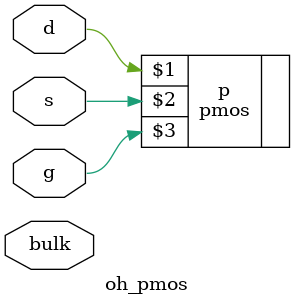
<source format=sv>

module oh_pmos #(parameter DEBUG = "true", 
		 parameter MODEL = "pmos",
		 parameter W     = "0",
		 parameter L     = "0",
		 parameter M     = "0",
		 parameter NF    = "0"
		 )
   (
    input  bulk,
    input  g,
    input  s,
    inout  d
    );

   //out,in,ctrlr
   pmos p (d,s,g);
   
   // Debug information
   generate
      if (DEBUG=="true") begin: p
	 initial
	   begin
	      $display("inst=%m model=%s w=%0d l=%0d m=%0d nf=%0d",
		       MODEL,W,L,M,NF);	  
	   end
      end
   endgenerate

      
endmodule
		

</source>
